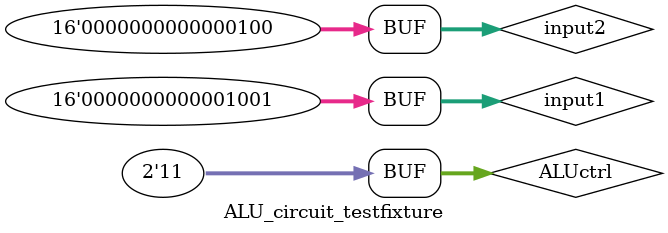
<source format=v>
`timescale 1ns / 1ps


module ALU_circuit_testfixture;

	// Inputs
	reg [15:0] input1;
	reg [15:0] input2;
	reg [1:0] ALUctrl;

	// Outputs
	wire [15:0] answer;
	wire zerosignal;

	// Instantiate the Unit Under Test (UUT)
	ALU_circuit uut (
		.input1(input1), 
		.input2(input2), 
		.ALUctrl(ALUctrl), 
		.answer(answer), 
		.zerosignal(zerosignal)
	);

	initial begin
	
		// Initialize Inputs
		input1 = 9;
		input2 = 4;
		ALUctrl = 2'b00;	// ADD

		// Wait 100 ns for global reset to finish
		#100;
		
		// Initialize Inputs
		input1 = 9;
		input2 = 4;
		ALUctrl = 2'b01;	// SUB

		// Wait 100 ns for global reset to finish
		#100;
		
		// Initialize Inputs
		input1 = 9;
		input2 = 4;
		ALUctrl = 2'b10;	// AND

		// Wait 100 ns for global reset to finish
		#100;
		
		// Initialize Inputs
		input1 = 9;
		input2 = 4;
		ALUctrl = 2'b11;	// OR

		// Wait 100 ns for global reset to finish
		#100;
        
		// Add stimulus here

	end
      
endmodule


</source>
